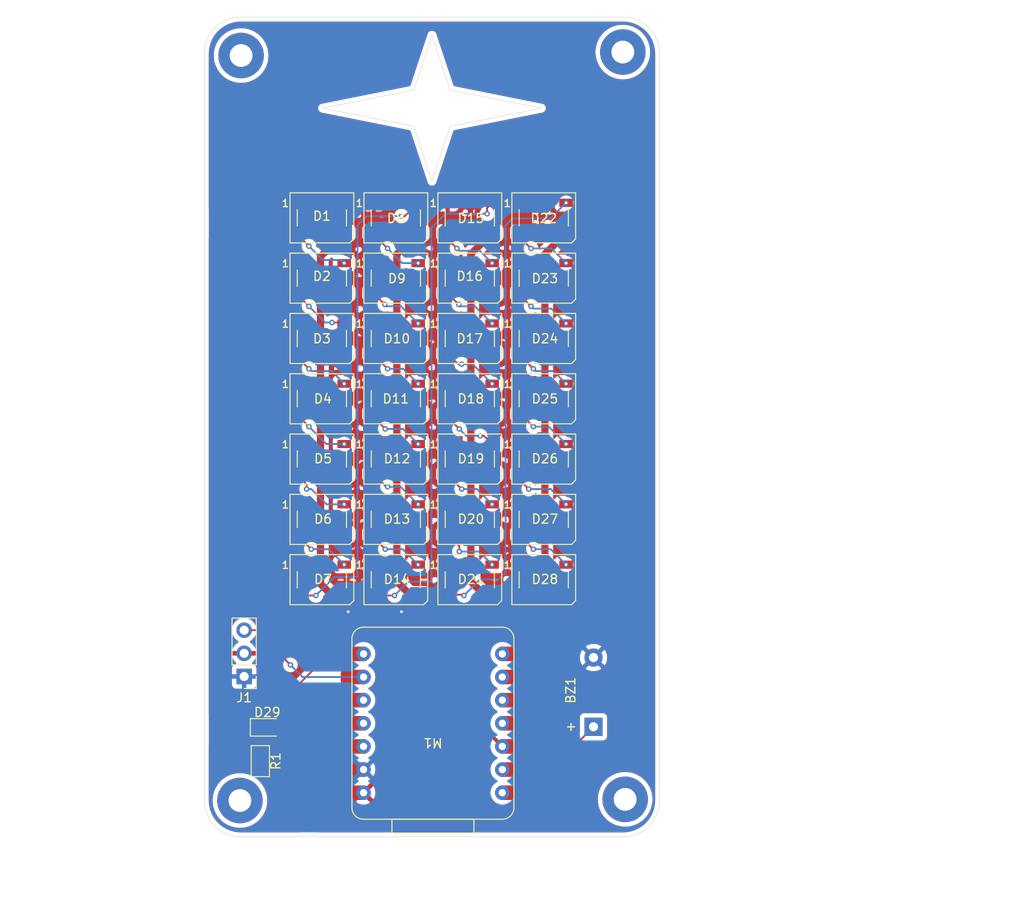
<source format=kicad_pcb>
(kicad_pcb (version 20241129) (generator "pcbnew") (generator_version "8.99")
  (layers (0 "F.Cu" signal) (2 "B.Cu" signal) (13 "F.Paste" user) (15 "B.Paste" user) (5 "F.SilkS" user "F.Silkscreen") (7 "B.SilkS" user "B.Silkscreen") (1 "F.Mask" user) (3 "B.Mask" user) (25 "Edge.Cuts" user))
  (net 0 "")
  (net 1 "GND")
  (net 2 "+5V")
  (net 3 "DIN")
  (net 4 "Net-(D1-DOUT)")
  (net 5 "Net-(D2-DOUT)")
  (net 6 "Net-(D3-DOUT)")
  (net 7 "Net-(D4-DOUT)")
  (net 8 "Net-(D11-DOUT)")
  (net 9 "Net-(D12-DOUT)")
  (net 11 "Net-(BZ1-+)")
  (net 12 "Net-(D29-A)")
  (net 13 "+3.3V")
  (net 14 "Net-(D13-DOUT)")
  (net 15 "Net-(D14-DOUT)")
  (net 16 "Net-(D15-DOUT)")
  (net 17 "Net-(D16-DOUT)")
  (net 18 "RST")
  (net 19 "Net-(D17-DOUT)")
  (net 20 "Net-(D5-DOUT)")
  (net 21 "Net-(D6-DOUT)")
  (net 22 "Net-(D7-DOUT)")
  (net 23 "Net-(D8-DOUT)")
  (net 24 "Net-(D10-DIN)")
  (net 25 "Net-(D10-DOUT)")
  (net 26 "Net-(D18-DOUT)")
  (net 27 "Net-(D19-DOUT)")
  (net 28 "Net-(D20-DOUT)")
  (net 29 "Net-(D21-DOUT)")
  (net 30 "Net-(D22-DOUT)")
  (net 31 "Net-(D23-DOUT)")
  (net 32 "Net-(D24-DOUT)")
  (net 33 "Net-(D25-DOUT)")
  (net 34 "Net-(D29-K)")
  (net 38 "Net-(D26-DOUT)")
  (net 39 "Net-(D27-DOUT)")
  (net 41 "Net-(J1-Pin_3)")
  (footprint "kicadlogos:snowflake" (layer "F.Cu") (at 183.896 56.388)
    (property "Reference" "G***37" (hide yes))
    (property "Value" "LOGO" (hide yes))
  )
  (footprint "LED_SMD:LED_WS2812B_PLCC4_5.0x5.0mm_P3.2mm" (layer "F.Cu") (at 201.31 83.35)
    (property "Reference" "D14")
    (property "Value" "WS2812B")
  )
  (footprint "kicadlogos:snowflake" (layer "F.Cu") (at 214.122 37.084)
    (property "Reference" "G***1" (hide yes))
    (property "Value" "LOGO" (hide yes))
  )
  (footprint "LED_SMD:LED_WS2812B_PLCC4_5.0x5.0mm_P3.2mm" (layer "F.Cu") (at 217.55 50.25)
    (property "Reference" "D23")
    (property "Value" "WS2812B")
  )
  (footprint "LED_SMD:LED_WS2812B_PLCC4_5.0x5.0mm_P3.2mm" (layer "F.Cu") (at 193.19 70.11)
    (property "Reference" "D5")
    (property "Value" "WS2812B")
  )
  (footprint "kicadlogos:snowflake" (layer "F.Cu") (at 214.122 37.084)
    (property "Reference" "G***2" (hide yes))
    (property "Value" "LOGO" (hide yes))
  )
  (footprint "kicadlogos:snowflake" (layer "F.Cu") (at 226.31 32.63)
    (property "Reference" "G***17" (hide yes))
    (property "Value" "LOGO" (hide yes))
  )
  (footprint "LED_SMD:LED_WS2812B_PLCC4_5.0x5.0mm_P3.2mm" (layer "F.Cu") (at 193.19 43.63)
    (property "Reference" "D1")
    (property "Value" "WS2812B")
  )
  (footprint "LED_SMD:LED_WS2812B_PLCC4_5.0x5.0mm_P3.2mm" (layer "F.Cu") (at 193.19 63.49)
    (property "Reference" "D4")
    (property "Value" "WS2812B")
  )
  (footprint "PCM_Resistor_SMD_AKL:R_0805_2012Metric" (layer "F.Cu") (at 186.436 103.2745 -90)
    (property "Reference" "R1")
    (property "Value" "100" (hide yes))
  )
  (footprint "kicadlogos:snowflake" (layer "F.Cu") (at 226.31 43.63)
    (property "Reference" "G***35" (hide yes))
    (property "Value" "LOGO" (hide yes))
  )
  (footprint "MountingHole:MountingHole_2.5mm_Pad_TopBottom" (layer "F.Cu") (at 226.486 107.4695)
    (property "Reference" "REF**" (hide yes))
    (property "Value" "MountingHole_2.5mm_Pad_TopBottom")
  )
  (footprint "LED_SMD:LED_WS2812B_PLCC4_5.0x5.0mm_P3.2mm" (layer "F.Cu") (at 217.55 83.35)
    (property "Reference" "D28")
    (property "Value" "WS2812B")
  )
  (footprint "Library:RP2040" (layer "F.Cu") (at 214.2725 88.569 180)
    (property "Reference" "M1")
    (property "Value" "MOUDLE-SEEEDUINO-XIAO")
  )
  (footprint "kicadlogos:snowflake" (layer "F.Cu") (at 183.134 44.196)
    (property "Reference" "G***19" (hide yes))
    (property "Value" "LOGO" (hide yes))
  )
  (footprint "kicadlogos:snowflake" (layer "F.Cu") (at 225.298 75.438)
    (property "Reference" "G***2" (hide yes))
    (property "Value" "LOGO" (hide yes))
  )
  (footprint "kicadlogos:snowflake" (layer "F.Cu") (at 191.77 108.611842)
    (property "Reference" "G***2" (hide yes))
    (property "Value" "LOGO" (hide yes))
  )
  (footprint "Buzzer_Beeper:Buzzer_15x7.5RM7.6" (layer "F.Cu") (at 223.012 99.504 90)
    (property "Reference" "BZ1")
    (property "Value" "Buzzer")
  )
  (footprint "LED_SMD:LED_WS2812B_PLCC4_5.0x5.0mm_P3.2mm" (layer "F.Cu") (at 209.43 70.11)
    (property "Reference" "D19")
    (property "Value" "WS2812B")
  )
  (footprint "LED_SMD:LED_WS2812B_PLCC4_5.0x5.0mm_P3.2mm" (layer "F.Cu") (at 193.19 50.25)
    (property "Reference" "D2")
    (property "Value" "WS2812B" (hide yes))
  )
  (footprint "LED_SMD:LED_WS2812B_PLCC4_5.0x5.0mm_P3.2mm" (layer "F.Cu") (at 209.43 63.49)
    (property "Reference" "D18")
    (property "Value" "WS2812B")
  )
  (footprint "kicadlogos:snowflake" (layer "F.Cu") (at 216.315088 25.536157)
    (property "Reference" "G***1" (hide yes))
    (property "Value" "LOGO" (hide yes))
  )
  (footprint "MountingHole:MountingHole_2.5mm_Pad_TopBottom" (layer "F.Cu") (at 226.232 25.4275)
    (property "Reference" "REF**" (hide yes))
    (property "Value" "MountingHole_2.5mm_Pad_TopBottom")
  )
  (footprint "LED_SMD:LED_WS2812B_PLCC4_5.0x5.0mm_P3.2mm" (layer "F.Cu") (at 201.31 70.11)
    (property "Reference" "D12")
    (property "Value" "WS2812B")
  )
  (footprint "Connector_PinHeader_2.54mm:PinHeader_1x03_P2.54mm_Vertical" (layer "F.Cu") (at 184.658 93.98 180)
    (property "Reference" "J1")
    (property "Value" "DHT11")
  )
  (footprint "kicadlogos:snowflake" (layer "F.Cu") (at 218.948 107.696)
    (property "Reference" "G***1" (hide yes))
    (property "Value" "LOGO" (hide yes))
  )
  (footprint "MountingHole:MountingHole_2.5mm_Pad_TopBottom" (layer "F.Cu") (at 184.322 25.8085)
    (property "Reference" "REF**" (hide yes))
    (property "Value" "MountingHole_2.5mm_Pad_TopBottom")
  )
  (footprint "LED_SMD:LED_WS2812B_PLCC4_5.0x5.0mm_P3.2mm" (layer "F.Cu") (at 209.43 83.35)
    (property "Reference" "D21")
    (property "Value" "WS2812B")
  )
  (footprint "LED_SMD:LED_WS2812B_PLCC4_5.0x5.0mm_P3.2mm" (layer "F.Cu") (at 201.31 43.63)
    (property "Reference" "D8")
    (property "Value" "WS2812B")
  )
  (footprint "LED_SMD:LED_WS2812B_PLCC4_5.0x5.0mm_P3.2mm" (layer "F.Cu") (at 201.31 63.49)
    (property "Reference" "D11")
    (property "Value" "WS2812B")
  )
  (footprint "LED_SMD:LED_WS2812B_PLCC4_5.0x5.0mm_P3.2mm" (layer "F.Cu") (at 217.55 76.73)
    (property "Reference" "D27")
    (property "Value" "WS2812B")
  )
  (footprint "LED_SMD:LED_WS2812B_PLCC4_5.0x5.0mm_P3.2mm" (layer "F.Cu") (at 209.43 43.63)
    (property "Reference" "D15")
    (property "Value" "WS2812B")
  )
  (footprint "kicadlogos:snowflake" (layer "F.Cu") (at 183.134 99.822)
    (property "Reference" "G***1" (hide yes))
    (property "Value" "LOGO" (hide yes))
  )
  (footprint "kicadlogos:snowflake" (layer "F.Cu") (at 184.912 79.502)
    (property "Reference" "G***2" (hide yes))
    (property "Value" "LOGO" (hide yes))
  )
  (footprint "LED_SMD:LED_WS2812B_PLCC4_5.0x5.0mm_P3.2mm" (layer "F.Cu") (at 217.55 70.11)
    (property "Reference" "D26")
    (property "Value" "WS2812B")
  )
  (footprint "kicadlogos:snowflake" (layer "F.Cu") (at 195.326 25.654)
    (property "Reference" "G***2" (hide yes))
    (property "Value" "LOGO" (hide yes))
  )
  (footprint "kicadlogos:snowflake" (layer "F.Cu") (at 204.47 98.298)
    (property "Reference" "G***1" (hide yes))
    (property "Value" "LOGO" (hide yes))
  )
  (footprint "kicadlogos:snowflake" (layer "F.Cu") (at 186.31 32.63)
    (property "Reference" "G***1" (hide yes))
    (property "Value" "LOGO" (hide yes))
  )
  (footprint "kicadlogos:snowflake" (layer "F.Cu") (at 216.315088 25.536157)
    (property "Reference" "G***2" (hide yes))
    (property "Value" "LOGO" (hide yes))
  )
  (footprint "kicadlogos:snowflake" (layer "F.Cu") (at 225.298 75.438)
    (property "Reference" "G***1" (hide yes))
    (property "Value" "LOGO" (hide yes))
  )
  (footprint "LED_SMD:LED_WS2812B_PLCC4_5.0x5.0mm_P3.2mm" (layer "F.Cu") (at 201.31 56.87)
    (property "Reference" "D10")
    (property "Value" "WS2812B")
  )
  (footprint "kicadlogos:snowflake" (layer "F.Cu") (at 183.134 99.822)
    (property "Reference" "G***2" (hide yes))
    (property "Value" "LOGO" (hide yes))
  )
  (footprint "LED_SMD:LED_WS2812B_PLCC4_5.0x5.0mm_P3.2mm" (layer "F.Cu") (at 201.31 50.25)
    (property "Reference" "D9")
    (property "Value" "WS2812B")
  )
  (footprint "kicadlogos:snowflake" (layer "F.Cu") (at 226.31 32.63)
    (property "Reference" "G***18" (hide yes))
    (property "Value" "LOGO" (hide yes))
  )
  (footprint "LED_SMD:LED_WS2812B_PLCC4_5.0x5.0mm_P3.2mm" (layer "F.Cu") (at 217.55 43.63)
    (property "Reference" "D22")
    (property "Value" "WS2812B")
  )
  (footprint "LED_SMD:LED_0805_2012Metric_Pad1.15x1.40mm_HandSolder" (layer "F.Cu") (at 187.198 99.568)
    (property "Reference" "D29")
    (property "Value" "LED")
  )
  (footprint "LED_SMD:LED_WS2812B_PLCC4_5.0x5.0mm_P3.2mm" (layer "F.Cu") (at 193.19 76.73)
    (property "Reference" "D6")
    (property "Value" "WS2812B")
  )
  (footprint "kicadlogos:snowflake" (layer "F.Cu") (at 183.896 68.326)
    (property "Reference" "G***2" (hide yes))
    (property "Value" "LOGO" (hide yes))
  )
  (footprint "kicadlogos:snowflake" (layer "F.Cu") (at 183.896 68.326)
    (property "Reference" "G***1" (hide yes))
    (property "Value" "LOGO" (hide yes))
  )
  (footprint "kicadlogos:snowflake" (layer "F.Cu") (at 204.47 98.298)
    (property "Reference" "G***2" (hide yes))
    (property "Value" "LOGO" (hide yes))
  )
  (footprint "LED_SMD:LED_WS2812B_PLCC4_5.0x5.0mm_P3.2mm" (layer "F.Cu") (at 201.31 76.73)
    (property "Reference" "D13")
    (property "Value" "WS2812B")
  )
  (footprint "LED_SMD:LED_WS2812B_PLCC4_5.0x5.0mm_P3.2mm" (layer "F.Cu") (at 209.43 56.87)
    (property "Reference" "D17")
    (property "Value" "WS2812B")
  )
  (footprint "kicadlogos:snowflake" (layer "F.Cu") (at 183.134 44.196)
    (property "Reference" "G***20" (hide yes))
    (property "Value" "LOGO" (hide yes))
  )
  (footprint "kicadlogos:snowflake" (layer "F.Cu") (at 184.912 79.502)
    (property "Reference" "G***1" (hide yes))
    (property "Value" "LOGO" (hide yes))
  )
  (footprint "MountingHole:MountingHole_2.5mm_Pad_TopBottom" (layer "F.Cu") (at 184.195 107.5965)
    (property "Reference" "REF**" (hide yes))
    (property "Value" "MountingHole_2.5mm_Pad_TopBottom")
  )
  (footprint "LED_SMD:LED_WS2812B_PLCC4_5.0x5.0mm_P3.2mm" (layer "F.Cu") (at 209.43 76.73)
    (property "Reference" "D20")
    (property "Value" "WS2812B")
  )
  (footprint "LED_SMD:LED_WS2812B_PLCC4_5.0x5.0mm_P3.2mm" (layer "F.Cu") (at 209.43 50.25)
    (property "Reference" "D16")
    (property "Value" "WS2812B")
  )
  (footprint "kicadlogos:snowflake" (layer "F.Cu") (at 191.77 108.611842)
    (property "Reference" "G***1" (hide yes))
    (property "Value" "LOGO" (hide yes))
  )
  (footprint "kicadlogos:snowflake" (layer "F.Cu") (at 224.725643 65.014272)
    (property "Reference" "G***1" (hide yes))
    (property "Value" "LOGO" (hide yes))
  )
  (footprint "kicadlogos:snowflake" (layer "F.Cu") (at 183.896 56.388)
    (property "Reference" "G***38" (hide yes))
    (property "Value" "LOGO" (hide yes))
  )
  (footprint "kicadlogos:snowflake" (layer "F.Cu") (at 218.948 107.696)
    (property "Reference" "G***2" (hide yes))
    (property "Value" "LOGO" (hide yes))
  )
  (footprint "kicadlogos:snowflake" (layer "F.Cu") (at 195.326 25.654)
    (property "Reference" "G***1" (hide yes))
    (property "Value" "LOGO" (hide yes))
  )
  (footprint "LED_SMD:LED_WS2812B_PLCC4_5.0x5.0mm_P3.2mm" (layer "F.Cu") (at 193.19 83.35)
    (property "Reference" "D7")
    (property "Value" "WS2812B")
  )
  (footprint "LED_SMD:LED_WS2812B_PLCC4_5.0x5.0mm_P3.2mm" (layer "F.Cu") (at 193.19 56.87)
    (property "Reference" "D3")
    (property "Value" "WS2812B")
  )
  (footprint "kicadlogos:snowflake" (layer "F.Cu") (at 226.31 43.63)
    (property "Reference" "G***36" (hide yes))
    (property "Value" "LOGO" (hide yes))
  )
  (footprint "LED_SMD:LED_WS2812B_PLCC4_5.0x5.0mm_P3.2mm" (layer "F.Cu") (at 217.55 63.49)
    (property "Reference" "D25")
    (property "Value" "WS2812B")
  )
  (footprint "kicadlogos:snowflake" (layer "F.Cu") (at 221.31 32.63)
    (property "Reference" "G***15" (hide yes))
    (property "Value" "LOGO" (hide yes))
  )
  (footprint "kicadlogos:snowflake" (layer "F.Cu") (at 224.725643 65.014272)
    (property "Reference" "G***2" (hide yes))
    (property "Value" "LOGO" (hide yes))
  )
  (footprint "LED_SMD:LED_WS2812B_PLCC4_5.0x5.0mm_P3.2mm" (layer "F.Cu") (at 217.55 56.87)
    (property "Reference" "D24")
    (property "Value" "WS2812B")
  )
  (footprint "kicadlogos:snowflake" (layer "F.Cu") (at 221.31 32.63)
    (property "Reference" "G***16" (hide yes))
    (property "Value" "LOGO" (hide yes))
  )
  (footprint "kicadlogos:snowflake" (layer "F.Cu") (at 186.31 32.63)
    (property "Reference" "G***2" (hide yes))
    (property "Value" "LOGO" (hide yes))
  )
  (gr_arc (start 180.277 25.59) (mid 181.448573 22.761573) (end 184.277 21.59) (stroke (width 0.05)) (layer "Edge.Cuts"))
  (gr_line (start 207.277 29.59) (end 217.277 31.59) (stroke (width 0.05)) (layer "Edge.Cuts"))
  (gr_line (start 205.277 39.59) (end 207.277 33.59) (stroke (width 0.05)) (layer "Edge.Cuts"))
  (gr_line (start 205.277 39.59) (end 203.277 33.59) (stroke (width 0.05)) (layer "Edge.Cuts"))
  (gr_line (start 205.277 23.59) (end 203.277 29.59) (stroke (width 0.05)) (layer "Edge.Cuts"))
  (gr_line (start 226.277 21.59) (end 184.277 21.59) (stroke (width 0.05)) (layer "Edge.Cuts"))
  (gr_line (start 203.277 33.59) (end 193.277 31.59) (stroke (width 0.05)) (layer "Edge.Cuts"))
  (gr_line (start 217.277 31.59) (end 207.277 33.59) (stroke (width 0.05)) (layer "Edge.Cuts"))
  (gr_line (start 205.277 23.59) (end 207.277 29.59) (stroke (width 0.05)) (layer "Edge.Cuts"))
  (gr_line (start 180.277 25.59) (end 180.277 107.59) (stroke (width 0.05)) (layer "Edge.Cuts"))
  (gr_arc (start 230.277 107.59) (mid 229.105427 110.418427) (end 226.277 111.59) (stroke (width 0.05)) (layer "Edge.Cuts"))
  (gr_line (start 184.277 111.59) (end 226.277 111.59) (stroke (width 0.05)) (layer "Edge.Cuts"))
  (gr_arc (start 226.277 21.59) (mid 229.105427 22.761573) (end 230.277 25.59) (stroke (width 0.05)) (layer "Edge.Cuts"))
  (gr_line (start 193.277 31.59) (end 203.277 29.59) (stroke (width 0.05)) (layer "Edge.Cuts"))
  (gr_line (start 230.277 107.59) (end 230.277 25.59) (stroke (width 0.05)) (layer "Edge.Cuts"))
  (gr_arc (start 184.277 111.59) (mid 181.448573 110.418427) (end 180.277 107.59) (stroke (width 0.05)) (layer "Edge.Cuts"))
  (segment (start 220 71.76) (end 217.81 71.76) (width 0.8) (layer "F.Cu") (net 1))
  (segment (start 195.64 71.76) (end 193.162 71.76) (width 0.8) (layer "F.Cu") (net 1))
  (segment (start 217.678 47.602) (end 217.678 51.816) (width 0.8) (layer "F.Cu") (net 1))
  (segment (start 209.65 58.52) (end 209.55 58.42) (width 0.8) (layer "F.Cu") (net 1))
  (segment (start 220 45.28) (end 217.678 47.602) (width 0.8) (layer "F.Cu") (net 1))
  (segment (start 217.678 58.42) (end 217.678 65.278) (width 0.8) (layer "F.Cu") (net 1))
  (segment (start 201.93 86.868) (end 201.93 86.83) (width 0.8) (layer "F.Cu") (net 1))
  (segment (start 217.678 65.278) (end 217.678 71.628) (width 0.8) (layer "F.Cu") (net 1))
  (segment (start 218.132 86.868) (end 220 85) (width 0.8) (layer "F.Cu") (net 1))
  (segment (start 186.436 104.187) (end 197.752 104.187) (width 0.2) (layer "F.Cu") (net 1))
  (segment (start 209.55 78.486) (end 209.55 71.882) (width 0.8) (layer "F.Cu") (net 1))
  (segment (start 211.758 71.882) (end 209.55 71.882) (width 0.8) (layer "F.Cu") (net 1))
  (segment (start 203.76 65.14) (end 201.538 65.14) (width 0.8) (layer "F.Cu") (net 1))
  (segment (start 220 78.38) (end 217.784 78.38) (width 0.8) (layer "F.Cu") (net 1))
  (segment (start 209.55 65.278) (end 209.55 58.42) (width 0.8) (layer "F.Cu") (net 1))
  (segment (start 195.64 65.14) (end 193.178 65.14) (width 0.8) (layer "F.Cu") (net 1))
  (segment (start 201.422 71.628) (end 201.422 78.486) (width 0.8) (layer "F.Cu") (net 1))
  (segment (start 211.88 85) (end 210.984 85) (width 0.8) (layer "F.Cu") (net 1))
  (segment (start 202.856 85) (end 203.76 85) (width 0.8) (layer "F.Cu") (net 1))
  (segment (start 209.55 51.816) (end 209.55 47.61) (width 0.8) (layer "F.Cu") (net 1))
  (segment (start 209.55 83.566) (end 209.55 78.486) (width 0.8) (layer "F.Cu") (net 1))
  (segment (start 217.678 78.486) (end 217.678 82.678) (width 0.8) (layer "F.Cu") (net 1))
  (segment (start 210.984 85) (end 209.55 83.566) (width 0.8) (layer "F.Cu") (net 1))
  (segment (start 217.678 51.816) (end 217.678 58.42) (width 0.8) (layer "F.Cu") (net 1))
  (segment (start 211.88 51.9) (end 209.634 51.9) (width 0.8) (layer "F.Cu") (net 1))
  (segment (start 201.422 58.42) (end 201.422 65.024) (width 0.8) (layer "F.Cu") (net 1))
  (segment (start 201.422 47.618) (end 201.422 51.816) (width 0.8) (layer "F.Cu") (net 1))
  (segment (start 195.64 85) (end 194.22 85) (width 0.8) (layer "F.Cu") (net 1))
  (segment (start 220 65.14) (end 217.816 65.14) (width 0.8) (layer "F.Cu") (net 1))
  (segment (start 217.81 71.76) (end 217.678 71.628) (width 0.8) (layer "F.Cu") (net 1))
  (segment (start 193.04 58.42) (end 193.04 51.816) (width 0.8) (layer "F.Cu") (net 1))
  (segment (start 201.538 65.14) (end 201.422 65.024) (width 0.8) (layer "F.Cu") (net 1))
  (segment (start 201.93 86.83) (end 203.76 85) (width 0.8) (layer "F.Cu") (net 1))
  (segment (start 209.55 58.42) (end 209.55 51.816) (width 0.8) (layer "F.Cu") (net 1))
  (segment (start 211.88 71.76) (end 211.758 71.882) (width 0.8) (layer "F.Cu") (net 1))
  (segment (start 203.76 45.28) (end 201.422 47.618) (width 0.8) (layer "F.Cu") (net 1))
  (segment (start 194.22 85) (end 193.04 83.82) (width 0.8) (layer "F.Cu") (net 1))
  (segment (start 209.55 71.882) (end 209.55 65.278) (width 0.8) (layer "F.Cu") (net 1))
  (segment (start 220 51.9) (end 219.916 51.816) (width 0.8) (layer "F.Cu") (net 1))
  (segment (start 211.742 65.278) (end 209.55 65.278) (width 0.8) (layer "F.Cu") (net 1))
  (segment (start 195.492 78.232) (end 193.04 78.232) (width 0.8) (layer "F.Cu") (net 1))
  (segment (start 201.528 78.38) (end 201.422 78.486) (width 0.8) (layer "F.Cu") (net 1))
  (segment (start 201.422 83.566) (end 202.856 85) (width 0.8) (layer "F.Cu") (net 1))
  (segment (start 203.76 58.52) (end 201.522 58.52) (width 0.8) (layer "F.Cu") (net 1))
  (segment (start 209.55 47.61) (end 211.88 45.28) (width 0.8) (layer "F.Cu") (net 1))
  (segment (start 210.012 86.868) (end 218.132 86.868) (width 0.8) (layer "F.Cu") (net 1))
  (segment (start 209.55 78.486) (end 211.774 78.486) (width 0.8) (layer "F.Cu") (net 1))
  (segment (start 210.012 86.868) (end 211.88 85) (width 0.8) (layer "F.Cu") (net 1))
  (segment (start 203.76 71.76) (end 201.554 71.76) (width 0.8) (layer "F.Cu") (net 1))
  (segment (start 193.04 47.88) (end 195.64 45.28) (width 0.8) (layer "F.Cu") (net 1))
  (segment (start 203.676 51.816) (end 201.422 51.816) (width 0.8) (layer "F.Cu") (net 1))
  (segment (start 201.422 51.816) (end 201.422 58.42) (width 0.8) (layer "F.Cu") (net 1))
  (segment (start 193.162 71.76) (end 193.04 71.882) (width 0.8) (layer "F.Cu") (net 1))
  (segment (start 195.64 85) (end 196.088 85.448) (width 0.8) (layer "F.Cu") (net 1))
  (segment (start 201.422 78.486) (end 201.422 83.566) (width 0.8) (layer "F.Cu") (net 1))
  (segment (start 193.124 51.9) (end 193.04 51.816) (width 0.8) (layer "F.Cu") (net 1))
  (segment (start 195.64 51.9) (end 193.124 51.9) (width 0.8) (layer "F.Cu") (net 1))
  (segment (start 201.422 65.024) (end 201.422 71.628) (width 0.8) (layer "F.Cu") (net 1))
  (segment (start 193.04 71.882) (end 193.04 65.278) (width 0.8) (layer "F.Cu") (net 1))
  (segment (start 193.04 65.278) (end 193.04 58.42) (width 0.8) (layer "F.Cu") (net 1))
  (segment (start 201.554 71.76) (end 201.422 71.628) (width 0.8) (layer "F.Cu") (net 1))
  (segment (start 193.04 78.232) (end 193.04 71.882) (width 0.8) (layer "F.Cu") (net 1))
  (segment (start 193.178 65.14) (end 193.04 65.278) (width 0.8) (layer "F.Cu") (net 1))
  (segment (start 203.76 78.38) (end 201.528 78.38) (width 0.8) (layer "F.Cu") (net 1))
  (segment (start 217.778 58.52) (end 217.678 58.42) (width 0.8) (layer "F.Cu") (net 1))
  (segment (start 201.522 58.52) (end 201.422 58.42) (width 0.8) (layer "F.Cu") (net 1))
  (segment (start 217.784 78.38) (end 217.678 78.486) (width 0.8) (layer "F.Cu") (net 1))
  (segment (start 220 58.52) (end 217.778 58.52) (width 0.8) (layer "F.Cu") (net 1))
  (segment (start 193.04 51.816) (end 193.04 47.88) (width 0.8) (layer "F.Cu") (net 1))
  (segment (start 217.678 82.678) (end 220 85) (width 0.8) (layer "F.Cu") (net 1))
  (segment (start 211.88 65.14) (end 211.742 65.278) (width 0.8) (layer "F.Cu") (net 1))
  (segment (start 211.774 78.486) (end 211.88 78.38) (width 0.8) (layer "F.Cu") (net 1))
  (segment (start 195.64 58.52) (end 193.14 58.52) (width 0.8) (layer "F.Cu") (net 1))
  (segment (start 195.64 78.38) (end 195.492 78.232) (width 0.8) (layer "F.Cu") (net 1))
  (segment (start 219.916 51.816) (end 217.678 51.816) (width 0.8) (layer "F.Cu") (net 1))
  (segment (start 197.752 104.187) (end 197.765 104.2) (width 0.2) (layer "F.Cu") (net 1))
  (segment (start 203.76 51.9) (end 203.676 51.816) (width 0.8) (layer "F.Cu") (net 1))
  (segment (start 209.634 51.9) (end 209.55 51.816) (width 0.8) (layer "F.Cu") (net 1))
  (segment (start 217.678 71.628) (end 217.678 78.486) (width 0.8) (layer "F.Cu") (net 1))
  (segment (start 211.88 58.52) (end 209.65 58.52) (width 0.8) (layer "F.Cu") (net 1))
  (segment (start 217.816 65.14) (end 217.678 65.278) (width 0.8) (layer "F.Cu") (net 1))
  (segment (start 196.088 85.448) (end 196.088 86.868) (width 0.8) (layer "F.Cu") (net 1))
  (segment (start 201.93 86.868) (end 210.012 86.868) (width 0.8) (layer "F.Cu") (net 1))
  (segment (start 193.14 58.52) (end 193.04 58.42) (width 0.8) (layer "F.Cu") (net 1))
  (segment (start 193.04 83.82) (end 193.04 78.232) (width 0.8) (layer "F.Cu") (net 1))
  (via (at 196.088 86.868) (size 0.6) (drill 0.3) (layers "F.Cu" "B.Cu") (net 1))
  (via (at 201.93 86.868) (size 0.6) (drill 0.3) (layers "F.Cu" "B.Cu") (net 1))
  (segment (start 196.088 86.868) (end 201.93 86.868) (width 0.8) (layer "B.Cu") (net 1))
  (segment (start 195.64 41.462) (end 194.31 40.132) (width 0.4) (layer "F.Cu") (net 3))
  (segment (start 187.706 86.106) (end 190.754 89.154) (width 0.4) (layer "F.Cu") (net 3))
  (segment (start 194.31 40.132) (end 187.706 40.132) (width 0.4) (layer "F.Cu") (net 3))
  (segment (start 190.754 89.154) (end 200.494 89.154) (width 0.4) (layer "F.Cu") (net 3))
  (segment (start 200.494 89.154) (end 213 101.66) (width 0.4) (layer "F.Cu") (net 3))
  (segment (start 187.706 40.132) (end 187.706 86.106) (width 0.4) (layer "F.Cu") (net 3))
  (segment (start 195.64 41.98) (end 195.64 41.462) (width 0.4) (layer "F.Cu") (net 3))
  (segment (start 190.74 45.28) (end 190.74 45.706) (width 0.2) (layer "F.Cu") (net 4))
  (segment (start 190.74 45.706) (end 191.77 46.736) (width 0.2) (layer "F.Cu") (net 4))
  (via (at 191.77 46.736) (size 0.6) (drill 0.3) (layers "F.Cu" "B.Cu") (net 4))
  (via (at 195.64 48.6) (size 0.6) (drill 0.3) (layers "F.Cu" "B.Cu") (net 4))
  (segment (start 195.3 48.26) (end 193.294 48.26) (width 0.2) (layer "B.Cu") (net 4))
  (segment (start 195.64 48.6) (end 195.3 48.26) (width 0.2) (layer "B.Cu") (net 4))
  (segment (start 193.294 48.26) (end 191.77 46.736) (width 0.2) (layer "B.Cu") (net 4))
  (segment (start 190.74 51.9) (end 190.74 52.31) (width 0.2) (layer "F.Cu") (net 5))
  (segment (start 190.74 52.31) (end 191.77 53.34) (width 0.2) (layer "F.Cu") (net 5))
  (segment (start 195.538 55.118) (end 195.64 55.22) (width 0.2) (layer "F.Cu") (net 5))
  (segment (start 194.31 55.118) (end 195.538 55.118) (width 0.2) (layer "F.Cu") (net 5))
  (via (at 194.31 55.118) (size 0.6) (drill 0.3) (layers "F.Cu" "B.Cu") (net 5))
  (via (at 191.77 53.34) (size 0.6) (drill 0.3) (layers "F.Cu" "B.Cu") (net 5))
  (segment (start 191.77 53.34) (end 193.548 55.118) (width 0.2) (layer "B.Cu") (net 5))
  (segment (start 193.548 55.118) (end 194.31 55.118) (width 0.2) (layer "B.Cu") (net 5))
  (segment (start 190.74 59.168) (end 191.77 60.198) (width 0.2) (layer "F.Cu") (net 6))
  (segment (start 190.74 58.52) (end 190.74 59.168) (width 0.2) (layer "F.Cu") (net 6))
  (via (at 195.64 61.84) (size 0.6) (drill 0.3) (layers "F.Cu" "B.Cu") (net 6))
  (via (at 191.77 60.198) (size 0.6) (drill 0.3) (layers "F.Cu" "B.Cu") (net 6))
  (segment (start 194.252 60.452) (end 195.64 61.84) (width 0.2) (layer "B.Cu") (net 6))
  (segment (start 191.77 60.198) (end 192.024 60.452) (width 0.2) (layer "B.Cu") (net 6))
  (segment (start 192.024 60.452) (end 194.252 60.452) (width 0.2) (layer "B.Cu") (net 6))
  (segment (start 190.74 65.518) (end 191.77 66.548) (width 0.2) (layer "F.Cu") (net 7))
  (segment (start 190.74 65.14) (end 190.74 65.518) (width 0.2) (layer "F.Cu") (net 7))
  (via (at 195.64 68.46) (size 0.6) (drill 0.3) (layers "F.Cu" "B.Cu") (net 7))
  (via (at 191.77 66.548) (size 0.6) (drill 0.3) (layers "F.Cu" "B.Cu") (net 7))
  (segment (start 191.77 66.548) (end 193.682 68.46) (width 0.2) (layer "B.Cu") (net 7))
  (segment (start 193.682 68.46) (end 195.64 68.46) (width 0.2) (layer "B.Cu") (net 7))
  (segment (start 198.86 65.51) (end 200.152 66.802) (width 0.2) (layer "F.Cu") (net 8))
  (segment (start 198.86 65.14) (end 198.86 65.51) (width 0.2) (layer "F.Cu") (net 8))
  (via (at 200.152 66.802) (size 0.6) (drill 0.3) (layers "F.Cu" "B.Cu") (net 8))
  (via (at 203.76 68.46) (size 0.6) (drill 0.3) (layers "F.Cu" "B.Cu") (net 8))
  (segment (start 200.152 66.802) (end 202.102 66.802) (width 0.2) (layer "B.Cu") (net 8))
  (segment (start 202.102 66.802) (end 203.76 68.46) (width 0.2) (layer "B.Cu") (net 8))
  (segment (start 198.86 71.76) (end 200.252 73.152) (width 0.2) (layer "F.Cu") (net 9))
  (segment (start 200.252 73.152) (end 200.406 73.152) (width 0.2) (layer "F.Cu") (net 9))
  (via (at 200.406 73.152) (size 0.6) (drill 0.3) (layers "F.Cu" "B.Cu") (net 9))
  (via (at 203.76 75.08) (size 0.6) (drill 0.3) (layers "F.Cu" "B.Cu") (net 9))
  (segment (start 200.406 73.152) (end 201.832 73.152) (width 0.2) (layer "B.Cu") (net 9))
  (segment (start 201.832 73.152) (end 203.76 75.08) (width 0.2) (layer "B.Cu") (net 9))
  (segment (start 218.316 104.2) (end 213 104.2) (width 0.2) (layer "F.Cu") (net 11))
  (segment (start 223.012 99.504) (end 218.316 104.2) (width 0.2) (layer "F.Cu") (net 11))
  (segment (start 188.223 97.273) (end 193.996 91.5) (width 0.2) (layer "F.Cu") (net 12))
  (segment (start 188.223 99.568) (end 188.223 97.273) (width 0.2) (layer "F.Cu") (net 12))
  (segment (start 193.996 91.5) (end 197.765 91.5) (width 0.2) (layer "F.Cu") (net 12))
  (segment (start 198.86 78.38) (end 198.86 78.718) (width 0.2) (layer "F.Cu") (net 14))
  (segment (start 198.86 78.718) (end 200.152 80.01) (width 0.2) (layer "F.Cu") (net 14))
  (via (at 203.76 81.7) (size 0.6) (drill 0.3) (layers "F.Cu" "B.Cu") (net 14))
  (via (at 200.152 80.01) (size 0.6) (drill 0.3) (layers "F.Cu" "B.Cu") (net 14))
  (segment (start 200.152 80.01) (end 202.07 80.01) (width 0.2) (layer "B.Cu") (net 14))
  (segment (start 202.07 80.01) (end 203.76 81.7) (width 0.2) (layer "B.Cu") (net 14))
  (segment (start 211.328 43.18) (end 211.328 42.532) (width 0.2) (layer "F.Cu") (net 15))
  (segment (start 211.328 42.532) (end 211.88 41.98) (width 0.2) (layer "F.Cu") (net 15))
  (segment (start 198.86 85) (end 198.95 85.09) (width 0.2) (layer "F.Cu") (net 15))
  (segment (start 198.95 85.09) (end 201.168 85.09) (width 0.2) (layer "F.Cu") (net 15))
  (via (at 201.168 85.09) (size 0.6) (drill 0.3) (layers "F.Cu" "B.Cu") (net 15))
  (via (at 211.328 43.18) (size 0.6) (drill 0.3) (layers "F.Cu" "B.Cu") (net 15))
  (segment (start 205.232 83.566) (end 205.232 44.704) (width 0.2) (layer "B.Cu") (net 15))
  (segment (start 205.232 44.704) (end 206.248 43.688) (width 0.2) (layer "B.Cu") (net 15))
  (segment (start 206.756 43.18) (end 211.328 43.18) (width 0.2) (layer "B.Cu") (net 15))
  (segment (start 206.248 43.688) (end 206.756 43.18) (width 0.2) (layer "B.Cu") (net 15))
  (segment (start 202.692 83.566) (end 205.232 83.566) (width 0.2) (layer "B.Cu") (net 15))
  (segment (start 201.168 85.09) (end 202.692 83.566) (width 0.2) (layer "B.Cu") (net 15))
  (segment (start 206.98 45.28) (end 206.98 45.944) (width 0.2) (layer "F.Cu") (net 16))
  (segment (start 206.98 45.944) (end 208.026 46.99) (width 0.2) (layer "F.Cu") (net 16))
  (via (at 211.88 48.6) (size 0.6) (drill 0.3) (layers "F.Cu" "B.Cu") (net 16))
  (via (at 208.026 46.99) (size 0.6) (drill 0.3) (layers "F.Cu" "B.Cu") (net 16))
  (segment (start 208.026 46.99) (end 208.28 47.244) (width 0.2) (layer "B.Cu") (net 16))
  (segment (start 210.524 47.244) (end 211.88 48.6) (width 0.2) (layer "B.Cu") (net 16))
  (segment (start 208.28 47.244) (end 210.524 47.244) (width 0.2) (layer "B.Cu") (net 16))
  (segment (start 208.223 53.143) (end 206.98 51.9) (width 0.2) (layer "F.Cu") (net 17))
  (via (at 211.88 55.22) (size 0.6) (drill 0.3) (layers "F.Cu" "B.Cu") (net 17))
  (via (at 208.223 53.143) (size 0.6) (drill 0.3) (layers "F.Cu" "B.Cu") (net 17))
  (segment (start 210 53.34) (end 211.88 55.22) (width 0.2) (layer "B.Cu") (net 17))
  (segment (start 208.223 53.143) (end 208.42 53.34) (width 0.2) (layer "B.Cu") (net 17))
  (segment (start 208.42 53.34) (end 210 53.34) (width 0.2) (layer "B.Cu") (net 17))
  (segment (start 208.15 59.69) (end 208.534 59.69) (width 0.2) (layer "F.Cu") (net 19))
  (segment (start 206.98 58.52) (end 208.15 59.69) (width 0.2) (layer "F.Cu") (net 19))
  (via (at 211.88 61.84) (size 0.6) (drill 0.3) (layers "F.Cu" "B.Cu") (net 19))
  (via (at 208.534 59.69) (size 0.6) (drill 0.3) (layers "F.Cu" "B.Cu") (net 19))
  (segment (start 209.73 59.69) (end 211.88 61.84) (width 0.2) (layer "B.Cu") (net 19))
  (segment (start 208.534 59.69) (end 209.73 59.69) (width 0.2) (layer "B.Cu") (net 19))
  (segment (start 190.74 72.122) (end 190.74 71.76) (width 0.2) (layer "F.Cu") (net 20))
  (segment (start 191.516 72.898) (end 190.74 72.122) (width 0.2) (layer "F.Cu") (net 20))
  (segment (start 191.516 73.406) (end 191.516 72.898) (width 0.2) (layer "F.Cu") (net 20))
  (via (at 195.64 75.08) (size 0.6) (drill 0.3) (layers "F.Cu" "B.Cu") (net 20))
  (via (at 191.516 73.406) (size 0.6) (drill 0.3) (layers "F.Cu" "B.Cu") (net 20))
  (segment (start 192.024 73.406) (end 193.698 75.08) (width 0.2) (layer "B.Cu") (net 20))
  (segment (start 191.516 73.406) (end 192.024 73.406) (width 0.2) (layer "B.Cu") (net 20))
  (segment (start 193.698 75.08) (end 195.64 75.08) (width 0.2) (layer "B.Cu") (net 20))
  (segment (start 190.74 78.38) (end 190.74 78.726) (width 0.2) (layer "F.Cu") (net 21))
  (segment (start 190.74 78.726) (end 192.024 80.01) (width 0.2) (layer "F.Cu") (net 21))
  (via (at 192.024 80.01) (size 0.6) (drill 0.3) (layers "F.Cu" "B.Cu") (net 21))
  (via (at 195.64 81.7) (size 0.6) (drill 0.3) (layers "F.Cu" "B.Cu") (net 21))
  (segment (start 192.024 80.01) (end 193.95 80.01) (width 0.2) (layer "B.Cu") (net 21))
  (segment (start 193.95 80.01) (end 195.64 81.7) (width 0.2) (layer "B.Cu") (net 21))
  (segment (start 190.74 85) (end 190.83 85.09) (width 0.2) (layer "F.Cu") (net 22))
  (segment (start 190.83 85.09) (end 192.532 85.09) (width 0.2) (layer "F.Cu") (net 22))
  (segment (start 201.93 43.434) (end 202.306 43.434) (width 0.2) (layer "F.Cu") (net 22))
  (segment (start 202.306 43.434) (end 203.76 41.98) (width 0.2) (layer "F.Cu") (net 22))
  (via (at 192.532 85.09) (size 0.6) (drill 0.3) (layers "F.Cu" "B.Cu") (net 22))
  (via (at 201.93 43.434) (size 0.6) (drill 0.3) (layers "F.Cu" "B.Cu") (net 22))
  (segment (start 197.866 43.688) (end 198.12 43.434) (width 0.2) (layer "B.Cu") (net 22))
  (segment (start 194.564 83.058) (end 197.104 83.058) (width 0.2) (layer "B.Cu") (net 22))
  (segment (start 198.12 43.434) (end 201.93 43.434) (width 0.2) (layer "B.Cu") (net 22))
  (segment (start 197.104 44.45) (end 197.866 43.688) (width 0.2) (layer "B.Cu") (net 22))
  (segment (start 192.532 85.09) (end 194.564 83.058) (width 0.2) (layer "B.Cu") (net 22))
  (segment (start 197.104 83.058) (end 197.104 44.45) (width 0.2) (layer "B.Cu") (net 22))
  (segment (start 198.86 45.28) (end 198.86 45.444) (width 0.2) (layer "F.Cu") (net 23))
  (segment (start 198.86 45.444) (end 200.406 46.99) (width 0.2) (layer "F.Cu") (net 23))
  (via (at 203.76 48.6) (size 0.6) (drill 0.3) (layers "F.Cu" "B.Cu") (net 23))
  (via (at 200.406 46.99) (size 0.6) (drill 0.3) (layers "F.Cu" "B.Cu") (net 23))
  (segment (start 200.406 46.99) (end 202.016 48.6) (width 0.2) (layer "B.Cu") (net 23))
  (segment (start 202.016 48.6) (end 203.76 48.6) (width 0.2) (layer "B.Cu") (net 23))
  (segment (start 200.099 53.139) (end 198.86 51.9) (width 0.2) (layer "F.Cu") (net 24))
  (via (at 200.099 53.139) (size 0.6) (drill 0.3) (layers "F.Cu" "B.Cu") (net 24))
  (via (at 203.76 55.22) (size 0.6) (drill 0.3) (layers "F.Cu" "B.Cu") (net 24))
  (segment (start 200.099 53.139) (end 200.3 53.34) (width 0.2) (layer "B.Cu") (net 24))
  (segment (start 201.88 53.34) (end 203.76 55.22) (width 0.2) (layer "B.Cu") (net 24))
  (segment (start 200.3 53.34) (end 201.88 53.34) (width 0.2) (layer "B.Cu") (net 24))
  (segment (start 198.86 58.52) (end 198.86 58.652) (width 0.2) (layer "F.Cu") (net 25))
  (segment (start 198.86 58.652) (end 200.406 60.198) (width 0.2) (layer "F.Cu") (net 25))
  (via (at 203.76 61.84) (size 0.6) (drill 0.3) (layers "F.Cu" "B.Cu") (net 25))
  (via (at 200.406 60.198) (size 0.6) (drill 0.3) (layers "F.Cu" "B.Cu") (net 25))
  (segment (start 200.406 60.198) (end 202.118 60.198) (width 0.2) (layer "B.Cu") (net 25))
  (segment (start 202.118 60.198) (end 203.76 61.84) (width 0.2) (layer "B.Cu") (net 25))
  (segment (start 206.98 65.502) (end 208.28 66.802) (width 0.2) (layer "F.Cu") (net 26))
  (segment (start 210.984 67.564) (end 211.88 68.46) (width 0.2) (layer "F.Cu") (net 26))
  (segment (start 206.98 65.14) (end 206.98 65.502) (width 0.2) (layer "F.Cu") (net 26))
  (segment (start 210.566 67.564) (end 210.984 67.564) (width 0.2) (layer "F.Cu") (net 26))
  (via (at 210.566 67.564) (size 0.6) (drill 0.3) (layers "F.Cu" "B.Cu") (net 26))
  (via (at 208.28 66.802) (size 0.6) (drill 0.3) (layers "F.Cu" "B.Cu") (net 26))
  (segment (start 209.042 67.564) (end 210.566 67.564) (width 0.2) (layer "B.Cu") (net 26))
  (segment (start 208.28 66.802) (end 209.042 67.564) (width 0.2) (layer "B.Cu") (net 26))
  (segment (start 206.98 71.852) (end 208.534 73.406) (width 0.2) (layer "F.Cu") (net 27))
  (segment (start 206.98 71.76) (end 206.98 71.852) (width 0.2) (layer "F.Cu") (net 27))
  (via (at 208.534 73.406) (size 0.6) (drill 0.3) (layers "F.Cu" "B.Cu") (net 27))
  (via (at 211.88 75.08) (size 0.6) (drill 0.3) (layers "F.Cu" "B.Cu") (net 27))
  (segment (start 210.206 73.406) (end 211.88 75.08) (width 0.2) (layer "B.Cu") (net 27))
  (segment (start 208.534 73.406) (end 210.206 73.406) (width 0.2) (layer "B.Cu") (net 27))
  (segment (start 208.28 79.68) (end 208.28 80.264) (width 0.2) (layer "F.Cu") (net 28))
  (segment (start 206.98 78.38) (end 208.28 79.68) (width 0.2) (layer "F.Cu") (net 28))
  (via (at 211.88 81.7) (size 0.6) (drill 0.3) (layers "F.Cu" "B.Cu") (net 28))
  (via (at 208.28 80.264) (size 0.6) (drill 0.3) (layers "F.Cu" "B.Cu") (net 28))
  (segment (start 208.28 80.264) (end 210.444 80.264) (width 0.2) (layer "B.Cu") (net 28))
  (segment (start 210.444 80.264) (end 211.88 81.7) (width 0.2) (layer "B.Cu") (net 28))
  (segment (start 206.98 85) (end 208.698 85) (width 0.2) (layer "F.Cu") (net 29))
  (segment (start 208.698 85) (end 208.788 85.09) (width 0.2) (layer "F.Cu") (net 29))
  (via (at 220 41.98) (size 0.6) (drill 0.3) (layers "F.Cu" "B.Cu") (net 29))
  (via (at 208.788 85.09) (size 0.6) (drill 0.3) (layers "F.Cu" "B.Cu") (net 29))
  (segment (start 212.598 83.312) (end 213.36 82.55) (width 0.2) (layer "B.Cu") (net 29))
  (segment (start 218.292 43.688) (end 220 41.98) (width 0.2) (layer "B.Cu") (net 29))
  (segment (start 213.36 82.55) (end 213.36 44.45) (width 0.2) (layer "B.Cu") (net 29))
  (segment (start 208.788 85.09) (end 210.566 83.312) (width 0.2) (layer "B.Cu") (net 29))
  (segment (start 210.566 83.312) (end 212.598 83.312) (width 0.2) (layer "B.Cu") (net 29))
  (segment (start 213.36 44.45) (end 214.122 43.688) (width 0.2) (layer "B.Cu") (net 29))
  (segment (start 214.122 43.688) (end 218.292 43.688) (width 0.2) (layer "B.Cu") (net 29))
  (segment (start 215.1 45.936) (end 216.154 46.99) (width 0.2) (layer "F.Cu") (net 30))
  (segment (start 215.1 45.28) (end 215.1 45.936) (width 0.2) (layer "F.Cu") (net 30))
  (via (at 220 48.6) (size 0.6) (drill 0.3) (layers "F.Cu" "B.Cu") (net 30))
  (via (at 216.154 46.99) (size 0.6) (drill 0.3) (layers "F.Cu" "B.Cu") (net 30))
  (segment (start 218.39 46.99) (end 220 48.6) (width 0.2) (layer "B.Cu") (net 30))
  (segment (start 216.154 46.99) (end 218.39 46.99) (width 0.2) (layer "B.Cu") (net 30))
  (segment (start 215.1 51.9) (end 215.1 52.286) (width 0.2) (layer "F.Cu") (net 31))
  (segment (start 215.1 52.286) (end 216.154 53.34) (width 0.2) (layer "F.Cu") (net 31))
  (via (at 220 55.22) (size 0.6) (drill 0.3) (layers "F.Cu" "B.Cu") (net 31))
  (via (at 216.154 53.34) (size 0.6) (drill 0.3) (layers "F.Cu" "B.Cu") (net 31))
  (segment (start 216.408 53.594) (end 218.374 53.594) (width 0.2) (layer "B.Cu") (net 31))
  (segment (start 216.154 53.34) (end 216.408 53.594) (width 0.2) (layer "B.Cu") (net 31))
  (segment (start 218.374 53.594) (end 220 55.22) (width 0.2) (layer "B.Cu") (net 31))
  (segment (start 215.1 58.52) (end 215.1 58.89) (width 0.2) (layer "F.Cu") (net 32))
  (segment (start 215.1 58.89) (end 216.408 60.198) (width 0.2) (layer "F.Cu") (net 32))
  (via (at 216.408 60.198) (size 0.6) (drill 0.3) (layers "F.Cu" "B.Cu") (net 32))
  (via (at 220 61.84) (size 0.6) (drill 0.3) (layers "F.Cu" "B.Cu") (net 32))
  (segment (start 216.662 60.452) (end 218.612 60.452) (width 0.2) (layer "B.Cu") (net 32))
  (segment (start 216.408 60.198) (end 216.662 60.452) (width 0.2) (layer "B.Cu") (net 32))
  (segment (start 218.612 60.452) (end 220 61.84) (width 0.2) (layer "B.Cu") (net 32))
  (segment (start 215.1 65.14) (end 215.1 65.24) (width 0.2) (layer "F.Cu") (net 33))
  (segment (start 215.1 65.24) (end 216.408 66.548) (width 0.2) (layer "F.Cu") (net 33))
  (via (at 220 68.46) (size 0.6) (drill 0.3) (layers "F.Cu" "B.Cu") (net 33))
  (via (at 216.408 66.548) (size 0.6) (drill 0.3) (layers "F.Cu" "B.Cu") (net 33))
  (segment (start 216.408 66.548) (end 218.088 66.548) (width 0.2) (layer "B.Cu") (net 33))
  (segment (start 218.088 66.548) (end 220 68.46) (width 0.2) (layer "B.Cu") (net 33))
  (segment (start 186.173 99.568) (end 186.173 102.099) (width 0.2) (layer "F.Cu") (net 34))
  (segment (start 186.173 102.099) (end 186.436 102.362) (width 0.2) (layer "F.Cu") (net 34))
  (segment (start 215.1 71.76) (end 215.1 72.606) (width 0.2) (layer "F.Cu") (net 38))
  (segment (start 215.1 72.606) (end 215.9 73.406) (width 0.2) (layer "F.Cu") (net 38))
  (via (at 220 75.08) (size 0.6) (drill 0.3) (layers "F.Cu" "B.Cu") (net 38))
  (via (at 215.9 73.406) (size 0.6) (drill 0.3) (layers "F.Cu" "B.Cu") (net 38))
  (segment (start 215.9 73.406) (end 218.326 73.406) (width 0.2) (layer "B.Cu") (net 38))
  (segment (start 218.326 73.406) (end 220 75.08) (width 0.2) (layer "B.Cu") (net 38))
  (segment (start 215.1 78.38) (end 215.1 78.702) (width 0.2) (layer "F.Cu") (net 39))
  (segment (start 215.1 78.702) (end 216.408 80.01) (width 0.2) (layer "F.Cu") (net 39))
  (via (at 216.408 80.01) (size 0.6) (drill 0.3) (layers "F.Cu" "B.Cu") (net 39))
  (via (at 220 81.7) (size 0.6) (drill 0.3) (layers "F.Cu" "B.Cu") (net 39))
  (segment (start 216.408 80.01) (end 218.31 80.01) (width 0.2) (layer "B.Cu") (net 39))
  (segment (start 218.31 80.01) (end 220 81.7) (width 0.2) (layer "B.Cu") (net 39))
  (segment (start 185.928 88.9) (end 189.738 92.71) (width 0.2) (layer "F.Cu") (net 41))
  (segment (start 184.658 88.9) (end 185.928 88.9) (width 0.2) (layer "F.Cu") (net 41))
  (via (at 189.738 92.71) (size 0.6) (drill 0.3) (layers "F.Cu" "B.Cu") (net 41))
  (segment (start 189.738 92.71) (end 191.068 94.04) (width 0.2) (layer "B.Cu") (net 41))
  (segment (start 191.068 94.04) (end 197.765 94.04) (width 0.2) (layer "B.Cu") (net 41))
  (zone (net 2) (net_name "+5V") (layer "F.Cu") (connect_pads (clearance 0.5)) (min_thickness 0.25) (fill yes (mode hatch) (thermal_gap 0.5) (thermal_bridge_width 0.5) (hatch_thickness 0.6) (hatch_gap 0.7) (hatch_orientation 1) (hatch_smoothing_level 3) (hatch_smoothing_value 0.7) (hatch_border_algorithm hatch_thickness) (hatch_min_hole_area 0.3))
    (polygon (pts (xy 170.277 29.7125) (xy 180.277 19.7125) (xy 260.277 19.7125) (xy 270.277 29.7125) (xy 270.277 109.7125) (xy 260.277 119.7125) (xy 180.277 119.7125) (xy 170.277 109.7125)))
  )
  (zone (net 1) (net_name "GND") (layer "B.Cu") (priority 1) (connect_pads (clearance 0.5)) (min_thickness 0.25) (fill yes (thermal_gap 0.5) (thermal_bridge_width 0.5))
    (polygon (pts (xy 170.277 19.7125) (xy 270.277 19.7125) (xy 270.277 119.7125) (xy 170.277 119.7125)))
  )
)
</source>
